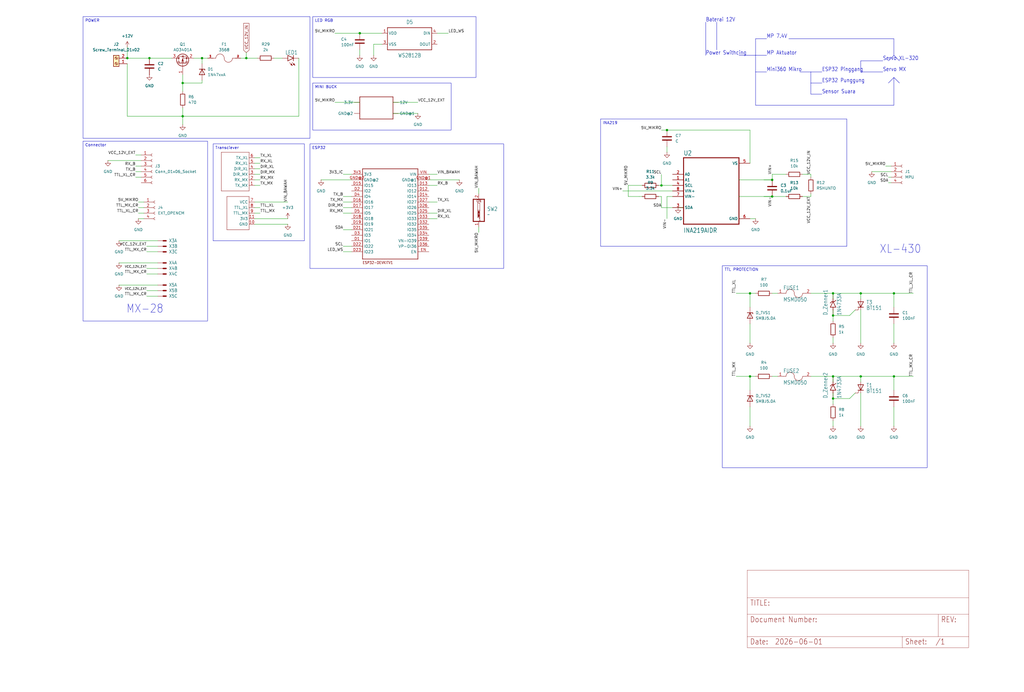
<source format=kicad_sch>
(kicad_sch (version 20231120) (generator "eeschema") (generator_version "8.0")
  (paper "User" 469.9 317.627)
  (lib_symbols
    (symbol "3568:3568" (pin_names (offset 1.016))
      (property "Reference" "F" (at -2.54 5.08 0))
      (property "Value" "3568" (at -2.54 -5.08 0))
      (symbol "3568_0_0"
        (pin passive line (at -7.62 0 0) (length 2.54) (name "~") (number "1"))
        (pin passive line (at 7.62 0 180) (length 2.54) (name "~") (number "2"))
        (pin passive line (at -7.62 0 0) (length 2.54) (name "~") (number "3"))
        (pin passive line (at 7.62 0 180) (length 2.54) (name "~") (number "4"))
      )
    )
    (symbol "Board Shield 2023 V5.3.2-eagle-import:0679L0250-05"
      (property "Reference" "F" (at -5.08 2.54 0))
      (symbol "0679L0250-05_1_0"
        (pin passive line (at -7.62 0 0) (length 2.54) (name "1") (number "1"))
        (pin passive line (at 7.62 0 180) (length 2.54) (name "2") (number "2"))
      )
    )
    (symbol "Board Shield 2023 V5.3.2-eagle-import:22-23-2031"
      (property "Reference" "X" (at 2.54 -0.762 0))
      (symbol "22-23-2031_1_0"
        (pin passive line (at -2.54 0 0) (length 2.54) (name "S") (number "1"))
      )
      (symbol "22-23-2031_2_0"
        (pin passive line (at -2.54 0 0) (length 2.54) (name "S") (number "2"))
      )
      (symbol "22-23-2031_3_0"
        (pin passive line (at -2.54 0 0) (length 2.54) (name "S") (number "3"))
      )
    )
    (symbol "Board Shield 2023 V5.3.2-eagle-import:BT151"
      (property "Reference" "T" (at 2.54 0 0))
      (symbol "BT151_1_0"
        (pin passive line (at 0 2.54 270) (length 2.54) (name "A") (number "A"))
        (pin passive line (at 0 -2.54 90) (length 2.54) (name "C") (number "C"))
        (pin passive line (at -2.54 -2.54 0) (length 0) (name "G") (number "G"))
      )
    )
    (symbol "Board Shield 2023 V5.3.2-eagle-import:ESP32DEVKITV1"
      (symbol "ESP32DEVKITV1_1_0"
        (text "ESP32-DEVKITV1" (at 18.4 -12.7 900) (effects (font (size 1.27 1.0795)) (justify left bottom)))
        (pin bidirectional line (at -22.86 -17.78 90) (length 5.08) (name "3V3") (number "3V3"))
        (pin bidirectional line (at 7.62 -17.78 90) (length 5.08) (name "IO1") (number "D1"))
        (pin bidirectional line (at -15.24 17.78 270) (length 5.08) (name "IO12") (number "D12"))
        (pin bidirectional line (at -17.78 17.78 270) (length 5.08) (name "IO13") (number "D13"))
        (pin bidirectional line (at -12.7 17.78 270) (length 5.08) (name "IO14") (number "D14"))
        (pin bidirectional line (at -17.78 -17.78 90) (length 5.08) (name "IO15") (number "D15"))
        (pin bidirectional line (at -10.16 -17.78 90) (length 5.08) (name "IO16") (number "D16"))
        (pin bidirectional line (at -7.62 -17.78 90) (length 5.08) (name "IO17") (number "D17"))
        (pin bidirectional line (at -2.54 -17.78 90) (length 5.08) (name "IO18") (number "D18"))
        (pin bidirectional line (at 0 -17.78 90) (length 5.08) (name "IO19") (number "D19"))
        (pin bidirectional line (at -15.24 -17.78 90) (length 5.08) (name "IO2") (number "D2"))
        (pin bidirectional line (at 2.54 -17.78 90) (length 5.08) (name "IO21") (number "D21"))
        (pin bidirectional line (at 10.16 -17.78 90) (length 5.08) (name "IO22") (number "D22"))
        (pin bidirectional line (at 12.7 -17.78 90) (length 5.08) (name "IO23") (number "D23"))
        (pin bidirectional line (at -5.08 17.78 270) (length 5.08) (name "IO25") (number "D25"))
        (pin bidirectional line (at -7.62 17.78 270) (length 5.08) (name "IO26") (number "D26"))
        (pin bidirectional line (at -10.16 17.78 270) (length 5.08) (name "IO27") (number "D27"))
        (pin bidirectional line (at 5.08 -17.78 90) (length 5.08) (name "IO3") (number "D3"))
        (pin bidirectional line (at 0 17.78 270) (length 5.08) (name "IO32") (number "D32"))
        (pin bidirectional line (at -2.54 17.78 270) (length 5.08) (name "IO33") (number "D33"))
        (pin bidirectional line (at 5.08 17.78 270) (length 5.08) (name "IO34") (number "D34"))
        (pin bidirectional line (at 2.54 17.78 270) (length 5.08) (name "IO35") (number "D35"))
        (pin bidirectional line (at 10.16 17.78 270) (length 5.08) (name "VP-OI36") (number "D36"))
        (pin bidirectional line (at 7.62 17.78 270) (length 5.08) (name "VN-IO39") (number "D39"))
        (pin bidirectional line (at -12.7 -17.78 90) (length 5.08) (name "IO4") (number "D4"))
        (pin bidirectional line (at -5.08 -17.78 90) (length 5.08) (name "IO5") (number "D5"))
        (pin bidirectional line (at 12.7 17.78 270) (length 5.08) (name "EN") (number "EN"))
        (pin bidirectional line (at -20.32 17.78 270) (length 5.08) (name "GND@1") (number "GND@1"))
        (pin bidirectional line (at -20.32 -17.78 90) (length 5.08) (name "GND@2") (number "GND@2"))
        (pin bidirectional line (at -22.86 17.78 270) (length 5.08) (name "VIN") (number "VIN"))
      )
    )
    (symbol "Board Shield 2023 V5.3.2-eagle-import:FRAME_B_L"
      (symbol "FRAME_B_L_1_0"
        (text "1" (at 23.9889 277.495 0) (effects (font (size 2.54 2.286))))
        (text "2" (at 71.9667 277.495 0) (effects (font (size 2.54 2.286))))
        (text "3" (at 119.9444 277.495 0) (effects (font (size 2.54 2.286))))
        (text "4" (at 167.9222 277.495 0) (effects (font (size 2.54 2.286))))
        (text "5" (at 215.9 277.495 0) (effects (font (size 2.54 2.286))))
        (text "6" (at 263.8778 277.495 0) (effects (font (size 2.54 2.286))))
        (text "7" (at 311.8556 277.495 0) (effects (font (size 2.54 2.286))))
        (text "8" (at 359.8333 277.495 0) (effects (font (size 2.54 2.286))))
        (text "9" (at 407.8111 277.495 0) (effects (font (size 2.54 2.286))))
        (text "A" (at 1.905 256.1167 0) (effects (font (size 2.54 2.286))))
        (text "A" (at 429.895 256.1167 0) (effects (font (size 2.54 2.286))))
        (text "B" (at 1.905 209.55 0) (effects (font (size 2.54 2.286))))
        (text "B" (at 429.895 209.55 0) (effects (font (size 2.54 2.286))))
        (text "C" (at 1.905 162.9833 0) (effects (font (size 2.54 2.286))))
        (text "C" (at 429.895 162.9833 0) (effects (font (size 2.54 2.286))))
        (text "D" (at 1.905 116.4167 0) (effects (font (size 2.54 2.286))))
        (text "D" (at 429.895 116.4167 0) (effects (font (size 2.54 2.286))))
        (text "E" (at 1.905 69.85 0) (effects (font (size 2.54 2.286))))
        (text "E" (at 429.895 69.85 0) (effects (font (size 2.54 2.286))))
        (text "F" (at 1.905 23.2833 0) (effects (font (size 2.54 2.286))))
        (text "F" (at 429.895 23.2833 0) (effects (font (size 2.54 2.286))))
      )
      (symbol "FRAME_B_L_2_0"
        (text "${#}/${##}" (at 86.36 1.27 0) (effects (font (size 2.54 2.159)) (justify left bottom)))
        (text "${CURRENT_DATE}" (at 12.7 1.27 0) (effects (font (size 2.54 2.159)) (justify left bottom)))
        (text "${PROJECTNAME}" (at 17.78 19.05 0) (effects (font (size 2.54 2.159)) (justify left bottom)))
        (text "Date:" (at 1.27 1.27 0) (effects (font (size 2.54 2.159)) (justify left bottom)))
        (text "Document Number:" (at 1.27 11.43 0) (effects (font (size 2.54 2.159)) (justify left bottom)))
        (text "REV:" (at 88.9 11.43 0) (effects (font (size 2.54 2.159)) (justify left bottom)))
        (text "Sheet:" (at 72.39 1.27 0) (effects (font (size 2.54 2.159)) (justify left bottom)))
        (text "TITLE:" (at 1.27 19.05 0) (effects (font (size 2.54 2.159)) (justify left bottom)))
      )
    )
    (symbol "Board Shield 2023 V5.3.2-eagle-import:INA219AIDR"
      (property "Reference" "U" (at -12.7 16.24 0))
      (symbol "INA219AIDR_1_0"
        (pin input line (at -17.78 5.08 0) (length 5.08) (name "A1") (number "1"))
        (pin input line (at -17.78 7.62 0) (length 5.08) (name "A0") (number "2"))
        (pin bidirectional line (at -17.78 -7.62 0) (length 5.08) (name "SDA") (number "3"))
        (pin input line (at -17.78 2.54 0) (length 5.08) (name "SCL") (number "4"))
        (pin power_in line (at 17.78 12.7 180) (length 5.08) (name "VS") (number "5"))
        (pin power_in line (at 17.78 -12.7 180) (length 5.08) (name "GND") (number "6"))
        (pin input line (at -17.78 -2.54 0) (length 5.08) (name "VIN-") (number "7"))
        (pin input line (at -17.78 0 0) (length 5.08) (name "VIN+") (number "8"))
      )
    )
    (symbol "Board Shield 2023 V5.3.2-eagle-import:MP2307-MINI-360"
      (symbol "MP2307-MINI-360_1_0"
        (pin power_in line (at 7.62 -2.54 0) (length 2.54) (name "GND@1") (number "GND_IN"))
        (pin power_in line (at -7.62 -2.54 180) (length 2.54) (name "GND@2") (number "GND_OUT"))
        (pin power_in line (at 7.62 2.54 0) (length 2.54) (name "12V") (number "V+IN"))
        (pin power_in line (at -7.62 2.54 180) (length 2.54) (name "3.3V") (number "V+OUT"))
      )
    )
    (symbol "Board Shield 2023 V5.3.2-eagle-import:SW_DIP-1"
      (property "Reference" "SW" (at -5.08 3.175 0))
      (symbol "SW_DIP-1_1_0"
        (text "1" (at 4.826 -0.127 900) (effects (font (size 1.27 1.0795)) (justify left bottom)))
        (text "ON" (at -3.556 -1.143 900) (effects (font (size 1.27 1.0795)) (justify left bottom)))
        (pin passive line (at 7.62 0 180) (length 2.54) (name "1") (number "1"))
        (pin passive line (at -7.62 0 0) (length 2.54) (name "2") (number "2"))
      )
    )
    (symbol "Board Shield 2023 V5.3.2-eagle-import:TRANSCEIVER_2.0"
      (symbol "TRANSCEIVER_2.0_1_0"
        (pin bidirectional line (at 7.62 -7.62 180) (length 2.54) (name "TX_MX") (number "1"))
        (pin bidirectional line (at 7.62 -5.08 180) (length 2.54) (name "RX_MX") (number "2"))
        (pin bidirectional line (at 7.62 -2.54 180) (length 2.54) (name "DIR_MX") (number "3"))
        (pin bidirectional line (at 7.62 0 180) (length 2.54) (name "DIR_XL") (number "4"))
        (pin bidirectional line (at 7.62 2.54 180) (length 2.54) (name "RX_XL") (number "5"))
        (pin bidirectional line (at 7.62 5.08 180) (length 2.54) (name "TX_XL") (number "6"))
      )
      (symbol "TRANSCEIVER_2.0_2_0"
        (pin power_in line (at 10.16 -2.54 180) (length 2.54) (name "GND") (number "10"))
        (pin power_in line (at 10.16 0 180) (length 2.54) (name "3V3") (number "11"))
        (pin power_in line (at 10.16 7.62 180) (length 2.54) (name "VCC") (number "7"))
        (pin bidirectional line (at 10.16 5.08 180) (length 2.54) (name "TTL_XL") (number "8"))
        (pin bidirectional line (at 10.16 2.54 180) (length 2.54) (name "TTL_MX") (number "9"))
      )
    )
    (symbol "Board Shield 2023 V5.3.2-eagle-import:WS2812B"
      (property "Reference" "D" (at 0 7.62 0))
      (symbol "WS2812B_1_0"
        (pin power_in line (at -12.7 2.54 0) (length 2.54) (name "VDD") (number "1"))
        (pin output line (at 12.7 -2.54 180) (length 2.54) (name "DOUT") (number "2"))
        (pin power_in line (at -12.7 -2.54 0) (length 2.54) (name "VSS") (number "3"))
        (pin input line (at 12.7 2.54 180) (length 2.54) (name "DIN") (number "4"))
      )
    )
    (symbol "Board Shield 2023 V5.3.2-eagle-import:ZMM5231B-7"
      (property "Reference" "D" (at -5.08 2.54 0))
      (symbol "ZMM5231B-7_1_0"
        (pin passive line (at 5.08 0 180) (length 2.54) (name "K") (number "1"))
        (pin passive line (at -5.08 0 0) (length 2.54) (name "A") (number "2"))
      )
    )
    (symbol "Board Shield 2023 V5.3.2-eagle-import:led_LEDCHIPLED_1206"
      (property "Reference" "LED" (at 3.556 -4.572 90))
      (symbol "led_LEDCHIPLED_1206_1_0"
        (pin passive line (at 0 2.54 270) (length 2.54) (name "A") (number "A"))
        (pin passive line (at 0 -5.08 90) (length 2.54) (name "C") (number "C"))
      )
    )
    (symbol "Connector:Conn_01x04_Socket" (pin_names (offset 1.016) hide)
      (property "Reference" "J" (at 0 5.08 0))
      (property "Value" "Conn_01x04_Socket" (at 0 -7.62 0))
      (symbol "Conn_01x04_Socket_1_1"
        (pin passive line (at -5.08 2.54 0) (length 3.81) (name "Pin_1") (number "1"))
        (pin passive line (at -5.08 0 0) (length 3.81) (name "Pin_2") (number "2"))
        (pin passive line (at -5.08 -2.54 0) (length 3.81) (name "Pin_3") (number "3"))
        (pin passive line (at -5.08 -5.08 0) (length 3.81) (name "Pin_4") (number "4"))
      )
    )
    (symbol "Connector:Conn_01x06_Socket" (pin_names (offset 1.016) hide)
      (property "Reference" "J" (at 0 7.62 0))
      (property "Value" "Conn_01x06_Socket" (at 0 -10.16 0))
      (symbol "Conn_01x06_Socket_1_1"
        (pin passive line (at -5.08 5.08 0) (length 3.81) (name "Pin_1") (number "1"))
        (pin passive line (at -5.08 2.54 0) (length 3.81) (name "Pin_2") (number "2"))
        (pin passive line (at -5.08 0 0) (length 3.81) (name "Pin_3") (number "3"))
        (pin passive line (at -5.08 -2.54 0) (length 3.81) (name "Pin_4") (number "4"))
        (pin passive line (at -5.08 -5.08 0) (length 3.81) (name "Pin_5") (number "5"))
        (pin passive line (at -5.08 -7.62 0) (length 3.81) (name "Pin_6") (number "6"))
      )
    )
    (symbol "Connector:Screw_Terminal_01x02" (pin_names (offset 1.016) hide)
      (property "Reference" "J" (at 0 2.54 0))
      (property "Value" "Screw_Terminal_01x02" (at 0 -5.08 0))
      (symbol "Screw_Terminal_01x02_1_1"
        (pin passive line (at -5.08 0 0) (length 3.81) (name "Pin_1") (number "1"))
        (pin passive line (at -5.08 -2.54 0) (length 3.81) (name "Pin_2") (number "2"))
      )
    )
    (symbol "Device:C" (pin_numbers hide) (pin_names (offset 0.254))
      (property "Reference" "C" (at 0.635 2.54 0))
      (property "Value" "C" (at 0.635 -2.54 0))
      (symbol "C_1_1"
        (pin passive line (at 0 3.81 270) (length 2.794) (name "~") (number "1"))
        (pin passive line (at 0 -3.81 90) (length 2.794) (name "~") (number "2"))
      )
    )
    (symbol "Device:D_Zener" (pin_numbers hide) (pin_names (offset 1.016) hide)
      (property "Reference" "D" (at 0 2.54 0))
      (property "Value" "D_Zener" (at 0 -2.54 0))
      (symbol "D_Zener_1_1"
        (pin passive line (at -3.81 0 0) (length 2.54) (name "K") (number "1"))
        (pin passive line (at 3.81 0 180) (length 2.54) (name "A") (number "2"))
      )
    )
    (symbol "Device:R" (pin_numbers hide) (pin_names (offset 0))
      (property "Reference" "R" (at 2.032 0 90))
      (property "Value" "R" (at 0 0 90))
      (symbol "R_1_1"
        (pin passive line (at 0 3.81 270) (length 1.27) (name "~") (number "1"))
        (pin passive line (at 0 -3.81 90) (length 1.27) (name "~") (number "2"))
      )
    )
    (symbol "Diode:1N47xxA" (pin_numbers hide) (pin_names hide)
      (property "Reference" "D" (at 0 2.54 0))
      (property "Value" "1N47xxA" (at 0 -2.54 0))
      (symbol "1N47xxA_1_1"
        (pin passive line (at -3.81 0 0) (length 2.54) (name "K") (number "1"))
        (pin passive line (at 3.81 0 180) (length 2.54) (name "A") (number "2"))
      )
    )
    (symbol "Transistor_FET:AO3401A" (pin_names hide)
      (property "Reference" "Q" (at 5.08 1.905 0))
      (property "Value" "AO3401A" (at 5.08 0 0))
      (symbol "AO3401A_1_1"
        (pin input line (at -5.08 0 0) (length 2.54) (name "G") (number "1"))
        (pin passive line (at 2.54 -5.08 90) (length 2.54) (name "S") (number "2"))
        (pin passive line (at 2.54 5.08 270) (length 2.54) (name "D") (number "3"))
      )
    )
    (symbol "power:+12V" (power) (pin_numbers hide) (pin_names (offset 0) hide)
      (property "Value" "+12V" (at 0 3.556 0))
      (symbol "+12V_1_1"
        (pin power_in line (at 0 0 90) (length 0) (name "~") (number "1"))
      )
    )
    (symbol "power:+3V3" (power) (pin_numbers hide) (pin_names (offset 0) hide)
      (property "Value" "+3V3" (at 0 3.556 0))
      (symbol "+3V3_1_1"
        (pin power_in line (at 0 0 90) (length 0) (name "~") (number "1"))
      )
    )
    (symbol "power:GND" (power) (pin_numbers hide) (pin_names (offset 0) hide)
      (property "Value" "GND" (at 0 -3.81 0))
      (symbol "GND_1_1"
        (pin power_in line (at 0 0 270) (length 0) (name "~") (number "1"))
      )
    )
  )
  (junction (at 113.03 26.67))
  (junction (at 68.58 26.67))
  (junction (at 58.42 26.67))
  (junction (at 382.27 144.78))
  (junction (at 92.71 26.67))
  (junction (at 382.27 134.62))
  (junction (at 354.33 90.17))
  (junction (at 354.33 82.55))
  (junction (at 410.21 172.72))
  (junction (at 382.27 182.88))
  (junction (at 165.1 15.24))
  (junction (at 394.97 134.62))
  (junction (at 303.53 85.09))
  (junction (at 83.82 53.34))
  (junction (at 83.82 38.1))
  (junction (at 344.17 172.72))
  (junction (at 306.07 59.69))
  (junction (at 410.21 134.62))
  (junction (at 382.27 172.72))
  (junction (at 344.17 134.62))
  (junction (at 394.97 172.72))
  (wire (pts (xy 68.58 26.67) (xy 78.74 26.67)))
  (wire (pts (xy 200.66 80.01) (xy 196.85 80.01)))
  (polyline (pts (xy 394.97 33.02) (xy 405.13 33.02)) (stroke (width 0.1524) (type solid)))
  (wire (pts (xy 354.33 90.17) (xy 360.68 90.17)) (stroke (width 0.1524)))
  (wire (pts (xy 344.17 134.62) (xy 346.71 134.62)) (stroke (width 0.1524)))
  (wire (pts (xy 67.31 133.35) (xy 72.39 133.35)))
  (wire (pts (xy 389.89 144.78) (xy 392.43 142.24)) (stroke (width 0.1524)))
  (wire (pts (xy 63.5 97.79) (xy 66.04 97.79)))
  (wire (pts (xy 382.27 172.72) (xy 394.97 172.72)) (stroke (width 0.1524)))
  (wire (pts (xy 62.23 76.2) (xy 64.77 76.2)))
  (wire (pts (xy 157.48 92.71) (xy 161.29 92.71)))
  (wire (pts (xy 303.53 85.09) (xy 303.53 80.01)) (stroke (width 0.1524)))
  (wire (pts (xy 382.27 142.24) (xy 382.27 144.78)) (stroke (width 0.1524)))
  (wire (pts (xy 382.27 134.62) (xy 382.27 137.16)) (stroke (width 0.1524)))
  (polyline (pts (xy 367.03 33.02) (xy 372.11 33.02)) (stroke (width 0.1524) (type solid)))
  (wire (pts (xy 382.27 180.34) (xy 382.27 182.88)) (stroke (width 0.1524)))
  (polyline (pts (xy 339.09 25.4) (xy 346.71 25.4)) (stroke (width 0.1524) (type solid)))
  (wire (pts (xy 72.39 125.73) (xy 67.31 125.73)) (stroke (width 0.1524)))
  (wire (pts (xy 293.37 90.17) (xy 294.64 90.17)))
  (polyline (pts (xy 346.71 33.02) (xy 346.71 48.26)) (stroke (width 0.1524) (type solid)))
  (wire (pts (xy 339.09 82.55) (xy 354.33 82.55)) (stroke (width 0.1524)))
  (wire (pts (xy 303.53 95.25) (xy 308.61 95.25)) (stroke (width 0.1524)))
  (wire (pts (xy 116.84 80.01) (xy 119.38 80.01)) (stroke (width 0.1524)))
  (wire (pts (xy 382.27 144.78) (xy 382.27 147.32)) (stroke (width 0.1524)))
  (wire (pts (xy 125.73 26.67) (xy 129.54 26.67)))
  (wire (pts (xy 368.3 90.17) (xy 372.11 90.17)) (stroke (width 0.1524)))
  (wire (pts (xy 410.21 134.62) (xy 419.1 134.62)) (stroke (width 0.1524)))
  (wire (pts (xy 157.48 105.41) (xy 161.29 105.41)))
  (wire (pts (xy 410.21 134.62) (xy 410.21 140.97)))
  (wire (pts (xy 157.48 113.03) (xy 161.29 113.03)))
  (polyline (pts (xy 346.71 25.4) (xy 346.71 33.02)) (stroke (width 0.1524) (type solid)))
  (wire (pts (xy 372.11 90.17) (xy 372.11 88.9)))
  (wire (pts (xy 344.17 59.69) (xy 344.17 74.93)) (stroke (width 0.1524)))
  (wire (pts (xy 293.37 90.17) (xy 288.29 90.17)) (stroke (width 0.1524)))
  (polyline (pts (xy 323.85 10.16) (xy 323.85 25.4)) (stroke (width 0.1524) (type solid)))
  (wire (pts (xy 406.4 76.2) (xy 408.94 76.2)))
  (wire (pts (xy 394.97 142.24) (xy 394.97 157.48)) (stroke (width 0.1524)))
  (wire (pts (xy 116.84 92.71) (xy 132.08 92.71)) (stroke (width 0.1524)))
  (wire (pts (xy 389.89 144.78) (xy 382.27 144.78)) (stroke (width 0.1524)))
  (wire (pts (xy 302.26 85.09) (xy 303.53 85.09)))
  (wire (pts (xy 382.27 193.04) (xy 382.27 195.58)))
  (wire (pts (xy 394.97 134.62) (xy 410.21 134.62)) (stroke (width 0.1524)))
  (wire (pts (xy 83.82 38.1) (xy 92.71 38.1)))
  (wire (pts (xy 171.45 20.32) (xy 171.45 25.4)) (stroke (width 0.1524)))
  (wire (pts (xy 303.53 90.17) (xy 302.26 90.17)))
  (wire (pts (xy 157.48 80.01) (xy 161.29 80.01)))
  (wire (pts (xy 354.33 172.72) (xy 356.87 172.72)) (stroke (width 0.1524)))
  (polyline (pts (xy 410.21 17.78) (xy 410.21 25.4)) (stroke (width 0.1524) (type solid)))
  (wire (pts (xy 191.77 46.99) (xy 180.34 46.99)))
  (polyline (pts (xy 410.21 25.4) (xy 412.75 27.94)) (stroke (width 0.1524) (type solid)))
  (polyline (pts (xy 346.71 33.02) (xy 351.79 33.02)) (stroke (width 0.1524) (type solid)))
  (polyline (pts (xy 410.21 35.56) (xy 412.75 38.1)) (stroke (width 0.1524) (type solid)))
  (wire (pts (xy 58.42 29.21) (xy 58.42 53.34)))
  (wire (pts (xy 83.82 34.29) (xy 83.82 38.1)))
  (wire (pts (xy 372.11 134.62) (xy 382.27 134.62)) (stroke (width 0.1524)))
  (wire (pts (xy 92.71 26.67) (xy 92.71 29.21)))
  (wire (pts (xy 175.26 20.32) (xy 171.45 20.32)) (stroke (width 0.1524)))
  (wire (pts (xy 288.29 85.09) (xy 294.64 85.09)) (stroke (width 0.1524)))
  (wire (pts (xy 153.67 46.99) (xy 165.1 46.99)))
  (wire (pts (xy 389.89 182.88) (xy 382.27 182.88)) (stroke (width 0.1524)))
  (wire (pts (xy 54.61 110.49) (xy 67.31 110.49)))
  (wire (pts (xy 62.23 71.12) (xy 64.77 71.12)))
  (wire (pts (xy 382.27 134.62) (xy 394.97 134.62)) (stroke (width 0.1524)))
  (wire (pts (xy 157.48 95.25) (xy 161.29 95.25)))
  (wire (pts (xy 200.66 85.09) (xy 196.85 85.09)))
  (wire (pts (xy 344.17 157.48) (xy 344.17 148.59)))
  (polyline (pts (xy 372.11 43.18) (xy 377.19 43.18)) (stroke (width 0.1524) (type solid)))
  (wire (pts (xy 306.07 90.17) (xy 306.07 100.33)) (stroke (width 0.1524)))
  (wire (pts (xy 210.82 82.55) (xy 196.85 82.55)))
  (wire (pts (xy 308.61 87.63) (xy 285.75 87.63)) (stroke (width 0.1524)))
  (polyline (pts (xy 372.11 38.1) (xy 372.11 43.18)) (stroke (width 0.1524) (type solid)))
  (wire (pts (xy 137.16 26.67) (xy 137.16 53.34)))
  (wire (pts (xy 157.48 115.57) (xy 161.29 115.57)))
  (wire (pts (xy 407.67 83.82) (xy 408.94 83.82)))
  (wire (pts (xy 63.5 95.25) (xy 66.04 95.25)))
  (wire (pts (xy 337.82 134.62) (xy 344.17 134.62)) (stroke (width 0.1524)))
  (wire (pts (xy 288.29 90.17) (xy 288.29 85.09)) (stroke (width 0.1524)))
  (wire (pts (xy 191.77 52.07) (xy 180.34 52.07)))
  (wire (pts (xy 72.39 115.57) (xy 67.31 115.57)) (stroke (width 0.1524)))
  (polyline (pts (xy 372.11 33.02) (xy 377.19 33.02)) (stroke (width 0.1524) (type solid)))
  (wire (pts (xy 200.66 97.79) (xy 196.85 97.79)))
  (wire (pts (xy 389.89 182.88) (xy 392.43 180.34)) (stroke (width 0.1524)))
  (polyline (pts (xy 372.11 38.1) (xy 377.19 38.1)) (stroke (width 0.1524) (type solid)))
  (wire (pts (xy 344.17 140.97) (xy 344.17 134.62)))
  (wire (pts (xy 116.84 82.55) (xy 119.38 82.55)) (stroke (width 0.1524)))
  (wire (pts (xy 58.42 53.34) (xy 83.82 53.34)))
  (wire (pts (xy 394.97 172.72) (xy 410.21 172.72)) (stroke (width 0.1524)))
  (wire (pts (xy 368.3 80.01) (xy 372.11 80.01)) (stroke (width 0.1524)))
  (wire (pts (xy 116.84 97.79) (xy 119.38 97.79)) (stroke (width 0.1524)))
  (wire (pts (xy 116.84 74.93) (xy 119.38 74.93)) (stroke (width 0.1524)))
  (wire (pts (xy 339.09 90.17) (xy 354.33 90.17)) (stroke (width 0.1524)))
  (wire (pts (xy 344.17 100.33) (xy 346.71 100.33)) (stroke (width 0.1524)))
  (wire (pts (xy 205.74 15.24) (xy 200.66 15.24)))
  (wire (pts (xy 63.5 100.33) (xy 66.04 100.33)))
  (wire (pts (xy 165.1 15.24) (xy 175.26 15.24)))
  (wire (pts (xy 410.21 172.72) (xy 419.1 172.72)) (stroke (width 0.1524)))
  (polyline (pts (xy 410.21 48.26) (xy 410.21 35.56)) (stroke (width 0.1524) (type solid)))
  (wire (pts (xy 153.67 15.24) (xy 165.1 15.24)))
  (wire (pts (xy 116.84 77.47) (xy 119.38 77.47)) (stroke (width 0.1524)))
  (wire (pts (xy 306.07 59.69) (xy 344.17 59.69)) (stroke (width 0.1524)))
  (wire (pts (xy 344.17 195.58) (xy 344.17 186.69)))
  (wire (pts (xy 62.23 78.74) (xy 64.77 78.74)))
  (polyline (pts (xy 346.71 17.78) (xy 351.79 17.78)) (stroke (width 0.1524) (type solid)))
  (wire (pts (xy 113.03 24.13) (xy 113.03 26.67)))
  (wire (pts (xy 410.21 172.72) (xy 410.21 179.07)))
  (polyline (pts (xy 394.97 27.94) (xy 394.97 33.02)) (stroke (width 0.1524) (type solid)))
  (wire (pts (xy 200.66 92.71) (xy 196.85 92.71)))
  (wire (pts (xy 116.84 100.33) (xy 132.08 100.33)))
  (wire (pts (xy 113.03 26.67) (xy 118.11 26.67)))
  (wire (pts (xy 354.33 80.01) (xy 360.68 80.01)) (stroke (width 0.1524)))
  (wire (pts (xy 49.53 73.66) (xy 64.77 73.66)))
  (wire (pts (xy 157.48 90.17) (xy 161.29 90.17)))
  (wire (pts (xy 62.23 81.28) (xy 64.77 81.28)))
  (polyline (pts (xy 410.21 25.4) (xy 407.67 27.94)) (stroke (width 0.1524) (type solid)))
  (wire (pts (xy 83.82 38.1) (xy 83.82 41.91)))
  (wire (pts (xy 219.71 86.36) (xy 219.71 88.9)))
  (wire (pts (xy 410.21 195.58) (xy 410.21 186.69)))
  (wire (pts (xy 407.67 81.28) (xy 408.94 81.28)))
  (polyline (pts (xy 328.93 10.16) (xy 328.93 22.86)) (stroke (width 0.1524) (type solid)))
  (wire (pts (xy 394.97 172.72) (xy 394.97 175.26)) (stroke (width 0.1524)))
  (wire (pts (xy 219.71 106.68) (xy 219.71 104.14)))
  (wire (pts (xy 72.39 135.89) (xy 67.31 135.89)) (stroke (width 0.1524)))
  (wire (pts (xy 88.9 26.67) (xy 92.71 26.67)))
  (wire (pts (xy 58.42 26.67) (xy 68.58 26.67)))
  (wire (pts (xy 157.48 97.79) (xy 161.29 97.79)))
  (wire (pts (xy 382.27 172.72) (xy 382.27 175.26)) (stroke (width 0.1524)))
  (wire (pts (xy 394.97 134.62) (xy 394.97 137.16)) (stroke (width 0.1524)))
  (polyline (pts (xy 346.71 25.4) (xy 346.71 17.78)) (stroke (width 0.1524) (type solid)))
  (wire (pts (xy 92.71 38.1) (xy 92.71 36.83)))
  (polyline (pts (xy 361.95 17.78) (xy 410.21 17.78)) (stroke (width 0.1524) (type solid)))
  (wire (pts (xy 92.71 26.67) (xy 95.25 26.67)))
  (wire (pts (xy 165.1 25.4) (xy 165.1 22.86)) (stroke (width 0.1524)))
  (polyline (pts (xy 407.67 38.1) (xy 410.21 35.56)) (stroke (width 0.1524) (type solid)))
  (wire (pts (xy 200.66 100.33) (xy 196.85 100.33)))
  (wire (pts (xy 72.39 110.49) (xy 67.31 110.49)) (stroke (width 0.1524)))
  (wire (pts (xy 308.61 85.09) (xy 303.53 85.09)) (stroke (width 0.1524)))
  (wire (pts (xy 354.33 82.55) (xy 354.33 80.01)) (stroke (width 0.1524)))
  (wire (pts (xy 54.61 130.81) (xy 72.39 130.81)))
  (wire (pts (xy 306.07 67.31) (xy 306.07 69.85)) (stroke (width 0.1524)))
  (wire (pts (xy 67.31 113.03) (xy 72.39 113.03)) (stroke (width 0.1524)))
  (wire (pts (xy 116.84 95.25) (xy 119.38 95.25)) (stroke (width 0.1524)))
  (wire (pts (xy 83.82 57.15) (xy 83.82 53.34)))
  (wire (pts (xy 311.15 95.25) (xy 313.69 95.25)) (stroke (width 0.1524)))
  (wire (pts (xy 116.84 72.39) (xy 119.38 72.39)) (stroke (width 0.1524)))
  (wire (pts (xy 354.33 90.17) (xy 350.52 90.17)))
  (wire (pts (xy 110.49 26.67) (xy 113.03 26.67)))
  (wire (pts (xy 63.5 92.71) (xy 66.04 92.71)))
  (wire (pts (xy 54.61 120.65) (xy 72.39 120.65)))
  (wire (pts (xy 410.21 157.48) (xy 410.21 148.59)))
  (polyline (pts (xy 346.71 25.4) (xy 351.79 25.4)) (stroke (width 0.1524) (type solid)))
  (wire (pts (xy 344.17 179.07) (xy 344.17 172.72)))
  (wire (pts (xy 303.53 90.17) (xy 303.53 95.25)) (stroke (width 0.1524)))
  (polyline (pts (xy 394.97 27.94) (xy 405.13 27.94)) (stroke (width 0.1524) (type solid)))
  (wire (pts (xy 394.97 180.34) (xy 394.97 195.58)) (stroke (width 0.1524)))
  (wire (pts (xy 137.16 53.34) (xy 83.82 53.34)))
  (polyline (pts (xy 346.71 48.26) (xy 410.21 48.26)) (stroke (width 0.1524) (type solid)))
  (wire (pts (xy 400.05 78.74) (xy 408.94 78.74)))
  (wire (pts (xy 354.33 82.55) (xy 350.52 82.55)))
  (wire (pts (xy 116.84 102.87) (xy 132.08 102.87)) (stroke (width 0.1524)))
  (wire (pts (xy 372.11 172.72) (xy 382.27 172.72)) (stroke (width 0.1524)))
  (wire (pts (xy 116.84 85.09) (xy 119.38 85.09)) (stroke (width 0.1524)))
  (wire (pts (xy 83.82 53.34) (xy 83.82 49.53)))
  (wire (pts (xy 382.27 182.88) (xy 382.27 185.42)) (stroke (width 0.1524)))
  (wire (pts (xy 58.42 21.59) (xy 58.42 26.67)))
  (wire (pts (xy 344.17 172.72) (xy 346.71 172.72)) (stroke (width 0.1524)))
  (polyline (pts (xy 372.11 33.02) (xy 372.11 38.1)) (stroke (width 0.1524) (type solid)))
  (wire (pts (xy 382.27 154.94) (xy 382.27 157.48)))
  (wire (pts (xy 354.33 134.62) (xy 356.87 134.62)) (stroke (width 0.1524)))
  (wire (pts (xy 147.32 82.55) (xy 161.29 82.55)))
  (wire (pts (xy 303.53 59.69) (xy 306.07 59.69)) (stroke (width 0.1524)))
  (wire (pts (xy 67.31 123.19) (xy 72.39 123.19)))
  (wire (pts (xy 337.82 172.72) (xy 344.17 172.72)) (stroke (width 0.1524)))
  (wire (pts (xy 308.61 90.17) (xy 306.07 90.17)) (stroke (width 0.1524)))
  (wire (pts (xy 372.11 80.01) (xy 372.11 81.28)))
  (text_box "ESP32" (at 142.24 66.04 0) (size 88.9 57.15) (effects (font (size 1.27 1.27)) (justify left top)))
  (text_box "INA219" (at 275.59 54.61 0) (size 113.03 58.42) (effects (font (size 1.27 1.27)) (justify left top)))
  (text_box "MINI BUCK" (at 143.51 38.1 0) (size 63.5 21.59) (effects (font (size 1.27 1.27)) (justify left top)))
  (text_box "Connector" (at 38.1 64.77 0) (size 57.15 82.55) (effects (font (size 1.27 1.27)) (justify left top)))
  (text_box "TTL PROTECTION" (at 331.47 121.92 0) (size 93.98 92.71) (effects (font (size 1.27 1.27)) (justify left top)))
  (text_box "POWER" (at 38.1 7.62 0) (size 104.14 55.88) (effects (font (size 1.27 1.27)) (justify left top)))
  (text_box "Transciever" (at 97.79 66.04 0) (size 41.91 44.45) (effects (font (size 1.27 1.27)) (justify left top)))
  (text_box "LED RGB" (at 143.51 7.62 0) (size 74.93 27.94) (effects (font (size 1.27 1.27)) (justify left top)))
  (text "MX-28" (at 57.912 144.018 0) (effects (font (size 3.81 3.2385)) (justify left bottom)))
  (text "Servo MX" (at 405.13 33.02 0) (effects (font (size 1.778 1.5113)) (justify left bottom)))
  (text "Sensor Suara" (at 377.19 43.18 0) (effects (font (size 1.778 1.5113)) (justify left bottom)))
  (text "Mini360 Mikro" (at 351.79 33.02 0) (effects (font (size 1.778 1.5113)) (justify left bottom)))
  (text "ESP32 Pinggang" (at 377.19 33.02 0) (effects (font (size 1.778 1.5113)) (justify left bottom)))
  (text "MP Aktuator" (at 351.79 25.4 0) (effects (font (size 1.778 1.5113)) (justify left bottom)))
  (text "Baterai 12V" (at 323.85 10.16 0) (effects (font (size 1.778 1.5113)) (justify left bottom)))
  (text "Power Swithcing" (at 323.85 25.4 0) (effects (font (size 1.778 1.5113)) (justify left bottom)))
  (text "ESP32 Punggung" (at 377.19 38.1 0) (effects (font (size 1.778 1.5113)) (justify left bottom)))
  (text "XL-430" (at 403.606 116.586 0) (effects (font (size 3.81 3.2385)) (justify left bottom)))
  (text "MP 7.4V" (at 351.79 17.78 0) (effects (font (size 1.778 1.5113)) (justify left bottom)))
  (text "Servo XL-320" (at 405.13 27.94 0) (effects (font (size 1.778 1.5113)) (justify left bottom)))
  (label "VIN+" (at 285.75 87.63 180) (effects (font (size 1.2446 1.2446))))
  (label "VCC_12V_EXT" (at 67.31 133.35 180) (effects (font (size 1.016 1.016))))
  (label "RX_MX" (at 119.38 82.55 0) (effects (font (size 1.2446 1.2446))))
  (label "5V_MIKRO" (at 303.53 59.69 180))
  (label "TTL_MX" (at 337.82 172.72 90))
  (label "VCC_12V_EXT" (at 62.23 71.12 180))
  (label "TX_XL" (at 200.66 92.71 0))
  (label "TTL_MX_CR" (at 67.31 115.57 180) (effects (font (size 1.2446 1.2446))))
  (label "VIN_BAWAH" (at 132.08 92.71 90))
  (label "5V_MIKRO" (at 153.67 46.99 180) (effects (font (size 1.2446 1.2446))))
  (label "SDA" (at 407.67 83.82 180))
  (label "RX_B" (at 62.23 76.2 180))
  (label "TTL_XL" (at 337.82 134.62 90))
  (label "VCC_12V_EXT" (at 67.31 123.19 180) (effects (font (size 1.016 1.016))))
  (label "DIR_XL" (at 119.38 77.47 0) (effects (font (size 1.2446 1.2446))))
  (label "TTL_XL_CR" (at 63.5 97.79 180))
  (label "SCL" (at 407.67 81.28 180))
  (label "VIN+" (at 354.33 80.01 90) (effects (font (size 1.2446 1.2446))))
  (label "TTL_MX_CR" (at 63.5 95.25 180))
  (label "TTL_XL_CR" (at 419.1 134.62 90))
  (label "DIR_MX" (at 119.38 80.01 0) (effects (font (size 1.2446 1.2446))))
  (label "VCC_12V_EXT" (at 191.77 46.99 0) (effects (font (size 1.2446 1.2446))))
  (label "5V_MIKRO" (at 219.71 106.68 270))
  (label "VCC_12V_EXT" (at 67.31 113.03 180) (effects (font (size 1.2446 1.2446))))
  (label "VIN-" (at 306.07 100.33 270) (effects (font (size 1.2446 1.2446))))
  (label "RX_MX" (at 157.48 97.79 180))
  (label "TTL_MX_CR" (at 67.31 135.89 180) (effects (font (size 1.2446 1.2446))))
  (label "TTL_XL" (at 119.38 95.25 0))
  (label "LED_WS" (at 205.74 15.24 0))
  (label "TTL_MX_CR" (at 67.31 125.73 180) (effects (font (size 1.2446 1.2446))))
  (label "VCC_12V_EXT" (at 372.11 90.17 270) (effects (font (size 1.2446 1.2446))))
  (label "TX_MX" (at 157.48 92.71 180))
  (label "DIR_MX" (at 157.48 95.25 180))
  (label "VIN-" (at 354.33 90.17 270) (effects (font (size 1.2446 1.2446))))
  (label "SDA" (at 157.48 105.41 180))
  (label "SCL" (at 157.48 113.03 180))
  (label "VIN_BAWAH" (at 219.71 86.36 90))
  (label "TTL_MX" (at 119.38 97.79 0))
  (label "RX_XL" (at 200.66 100.33 0))
  (label "5V_MIKRO" (at 288.29 85.09 90) (effects (font (size 1.2446 1.2446))))
  (label "TX_B" (at 157.48 90.17 180))
  (label "TTL_MX_CR" (at 419.1 172.72 90))
  (label "5V_MIKRO" (at 63.5 92.71 180))
  (label "3V3_IC" (at 157.48 80.01 180))
  (label "RX_XL" (at 119.38 74.93 0) (effects (font (size 1.2446 1.2446))))
  (label "SDA" (at 303.53 95.25 180))
  (label "VCC_12V_IN" (at 372.11 80.01 90) (effects (font (size 1.2446 1.2446))))
  (label "TX_B" (at 62.23 78.74 180))
  (label "TX_MX" (at 119.38 85.09 0) (effects (font (size 1.2446 1.2446))))
  (label "SCL" (at 303.53 80.01 180) (effects (font (size 1.2446 1.2446))))
  (label "VIN_BAWAH" (at 200.66 80.01 0))
  (label "RX_B" (at 200.66 85.09 0))
  (label "5V_MIKRO" (at 406.4 76.2 180))
  (label "DIR_XL" (at 200.66 97.79 0))
  (label "5V_MIKRO" (at 153.67 15.24 180) (effects (font (size 1.2446 1.2446))))
  (label "LED_WS" (at 157.48 115.57 180))
  (label "TTL_XL_CR" (at 62.23 81.28 180))
  (label "TX_XL" (at 119.38 72.39 0) (effects (font (size 1.2446 1.2446))))
  (global_label "VCC_12V_IN" (shape input) (at 113.03 24.13 90) (property "Intersheetrefs" "${INTERSHEET_REFS}" (effects (hide yes))))
  (symbol (lib_id "Board Shield 2023 V5.3.2-eagle-import:MP2307-MINI-360") (at 172.72 49.53 0) (unit 1)
    (property "Reference" "MINI360" (effects (hide yes)))
    (property "Footprint" "Board Shield 2023 V5.3.2:MP2307-MINI-360" (effects (hide yes)))
  )
  (symbol (lib_id "power:GND") (at 83.82 57.15 0) (unit 1)
    (property "Reference" "#PWR01" (effects (hide yes)))
    (property "Value" "GND" (at 83.82 62.23 0))
    (property "Description" "Power symbol creates a global label with name \"GND\" , ground" (effects (hide yes)))
  )
  (symbol (lib_id "Connector:Conn_01x04_Socket") (at 71.12 95.25 0) (unit 1)
    (property "Reference" "J4" (at 72.39 95.2499 0) (effects (justify left)))
    (property "Value" "EXT_OPENCM" (at 72.39 97.7899 0) (effects (justify left)))
    (property "Footprint" "Board Shield 2023 V5.3.2:22-23-2041_165" (effects (hide yes)))
    (property "Description" "Generic connector, single row, 01x04, script generated" (effects (hide yes)))
  )
  (symbol (lib_id "Device:C") (at 306.07 63.5 0) (unit 1)
    (property "Reference" "C7" (at 309.88 62.2299 0) (effects (justify left)))
    (property "Value" "C" (at 309.88 64.7699 0) (effects (justify left)))
    (property "Footprint" "Capacitor_SMD:C_0805_2012Metric" (effects (hide yes)))
    (property "Description" "Unpolarized capacitor" (effects (hide yes)))
  )
  (symbol (lib_id "power:GND") (at 63.5 100.33 0) (unit 1)
    (property "Reference" "#PWR020" (effects (hide yes)))
    (property "Value" "GND" (at 63.5 105.41 0))
    (property "Description" "Power symbol creates a global label with name \"GND\" , ground" (effects (hide yes)))
  )
  (symbol (lib_id "power:GND") (at 394.97 195.58 0) (unit 1)
    (property "Reference" "#PWR012" (effects (hide yes)))
    (property "Value" "GND" (at 394.97 200.66 0))
    (property "Description" "Power symbol creates a global label with name \"GND\" , ground" (effects (hide yes)))
  )
  (symbol (lib_id "power:GND") (at 382.27 195.58 0) (unit 1)
    (property "Reference" "#PWR06" (effects (hide yes)))
    (property "Value" "GND" (at 382.27 200.66 0))
    (property "Description" "Power symbol creates a global label with name \"GND\" , ground" (effects (hide yes)))
  )
  (symbol (lib_id "power:+3V3") (at 132.08 100.33 0) (unit 1)
    (property "Reference" "#PWR07" (effects (hide yes)))
    (property "Value" "+3V3" (at 132.08 95.25 0))
    (property "Description" "Power symbol creates a global label with name \"+3V3\"" (effects (hide yes)))
  )
  (symbol (lib_id "power:GND") (at 400.05 78.74 0) (unit 1)
    (property "Reference" "#PWR015" (effects (hide yes)))
    (property "Value" "GND" (at 400.05 83.82 0))
    (property "Description" "Power symbol creates a global label with name \"GND\" , ground" (effects (hide yes)))
  )
  (symbol (lib_id "Board Shield 2023 V5.3.2-eagle-import:TRANSCEIVER_2.0") (at 109.22 77.47 0) (unit 1)
    (property "Reference" "U$6" (effects (hide yes)))
    (property "Value" "TRANSCEIVER_2.0" (effects (hide yes)))
    (property "Footprint" "Board Shield 2023 V5.3.2:TRANSCEIVER_2.0" (effects (hide yes)))
  )
  (symbol (lib_id "power:GND") (at 210.82 82.55 0) (unit 1)
    (property "Reference" "#PWR021" (effects (hide yes)))
    (property "Value" "GND" (at 210.82 87.63 0))
    (property "Description" "Power symbol creates a global label with name \"GND\" , ground" (effects (hide yes)))
  )
  (symbol (lib_id "Device:C") (at 354.33 86.36 0) (unit 1)
    (property "Reference" "C3" (at 358.14 85.0899 0) (effects (justify left)))
    (property "Value" "0.1uF" (at 358.14 87.6299 0) (effects (justify left)))
    (property "Footprint" "Capacitor_SMD:C_0805_2012Metric" (effects (hide yes)))
    (property "Description" "Unpolarized capacitor" (effects (hide yes)))
  )
  (symbol (lib_id "Device:D_Zener") (at 344.17 182.88 270) (unit 1)
    (property "Reference" "D_TVS2" (at 346.71 181.6099 90) (effects (justify left)))
    (property "Value" "SMBJ5.0A" (at 346.71 184.1499 90) (effects (justify left)))
    (property "Footprint" "Diode_SMD:D_SMB" (effects (hide yes)))
    (property "Description" "TVS_Diode, 5V, SMBJ5.0A-DO214AA" (effects (hide yes)))
  )
  (symbol (lib_id "Device:C") (at 410.21 182.88 0) (unit 1)
    (property "Reference" "C6" (at 414.02 181.6099 0) (effects (justify left)))
    (property "Value" "100nF" (at 414.02 184.1499 0) (effects (justify left)))
    (property "Footprint" "Capacitor_SMD:C_0805_2012Metric" (effects (hide yes)))
    (property "Description" "Unpolarized capacitor" (effects (hide yes)))
  )
  (symbol (lib_id "Board Shield 2023 V5.3.2-eagle-import:22-23-2031") (at 74.93 110.49 0) (unit 1)
    (property "Reference" "X3" (at 77.47 111.252 0) (effects (font (size 1.524 1.2954)) (justify left bottom)))
    (property "Value" "22-23-2031" (effects (hide yes)))
    (property "Footprint" "Board Shield 2023 V5.3.2:22-23-2031" (effects (hide yes)))
  )
  (symbol (lib_id "Board Shield 2023 V5.3.2-eagle-import:TRANSCEIVER_2.0") (at 106.68 100.33 0) (unit 2)
    (property "Reference" "U$6" (effects (hide yes)))
    (property "Value" "TRANSCEIVER_2.0" (effects (hide yes)))
    (property "Footprint" "Board Shield 2023 V5.3.2:TRANSCEIVER_2.0" (effects (hide yes)))
  )
  (symbol (lib_id "Board Shield 2023 V5.3.2-eagle-import:22-23-2031") (at 74.93 115.57 0) (unit 3)
    (property "Reference" "X3" (at 77.47 116.332 0) (effects (font (size 1.524 1.2954)) (justify left bottom)))
    (property "Value" "22-23-2031" (effects (hide yes)))
    (property "Footprint" "Board Shield 2023 V5.3.2:22-23-2031" (effects (hide yes)))
  )
  (symbol (lib_id "Board Shield 2023 V5.3.2-eagle-import:0679L0250-05") (at 364.49 172.72 0) (unit 1)
    (property "Reference" "FUSE2" (at 359.41 170.18 0) (effects (font (size 1.778 1.5113)) (justify left)))
    (property "Value" "MSMD050" (at 359.41 176.53 0) (effects (font (size 1.778 1.5113)) (justify left bottom)))
    (property "Footprint" "Fuse:Fuse_1812_4532Metric" (effects (hide yes)))
    (property "Description" "Polyfuse MSMD050" (effects (hide yes)))
  )
  (symbol (lib_id "Transistor_FET:AO3401A") (at 83.82 29.21 90) (unit 1)
    (property "Reference" "Q1" (at 83.82 20.32 90))
    (property "Value" "AO3401A" (at 83.82 22.86 90))
    (property "Footprint" "Package_TO_SOT_SMD:SOT-23" (effects (hide yes)))
    (property "Datasheet" "http://www.aosmd.com/pdfs/datasheet/AO3401A.pdf" (effects (hide yes)))
    (property "Description" "-4.0A Id, -30V Vds, P-Channel MOSFET, SOT-23" (effects (hide yes)))
  )
  (symbol (lib_id "Board Shield 2023 V5.3.2-eagle-import:22-23-2031") (at 74.93 135.89 0) (unit 3)
    (property "Reference" "X5" (at 77.47 136.652 0) (effects (font (size 1.524 1.2954)) (justify left bottom)))
    (property "Value" "22-23-2031" (effects (hide yes)))
    (property "Footprint" "Board Shield 2023 V5.3.2:22-23-2031" (effects (hide yes)))
  )
  (symbol (lib_id "Device:R") (at 382.27 151.13 0) (unit 1)
    (property "Reference" "R5" (at 384.81 149.8599 0) (effects (justify left)))
    (property "Value" "1k" (at 384.81 152.3999 0) (effects (justify left)))
    (property "Footprint" "Resistor_SMD:R_0805_2012Metric" (effects (hide yes)))
    (property "Description" "Resistor" (effects (hide yes)))
  )
  (symbol (lib_id "power:GND") (at 54.61 120.65 0) (unit 1)
    (property "Reference" "#PWR017" (effects (hide yes)))
    (property "Value" "GND" (at 54.61 125.73 0))
    (property "Description" "Power symbol creates a global label with name \"GND\" , ground" (effects (hide yes)))
  )
  (symbol (lib_id "power:GND") (at 165.1 25.4 0) (unit 1)
    (property "Reference" "#PWR018" (effects (hide yes)))
    (property "Value" "GND" (at 165.1 30.48 0))
    (property "Description" "Power symbol creates a global label with name \"GND\" , ground" (effects (hide yes)))
  )
  (symbol (lib_id "Board Shield 2023 V5.3.2-eagle-import:SW_DIP-1") (at 219.71 96.52 270) (unit 1)
    (property "Reference" "SW2" (at 223.52 95.885 90) (effects (font (size 1.778 1.5113)) (justify left)))
    (property "Value" "~" (at 223.52 98.425 90) (effects (font (size 1.778 1.5113)) (justify left)))
    (property "Footprint" "Board Shield 2023 V5.3.2:EDG-01_367" (effects (hide yes)))
    (property "Description" "DIP SWITCH" (effects (hide yes)))
  )
  (symbol (lib_id "power:GND") (at 54.61 110.49 0) (unit 1)
    (property "Reference" "#PWR026" (effects (hide yes)))
    (property "Value" "GND" (at 54.61 115.57 0))
    (property "Description" "Power symbol creates a global label with name \"GND\" , ground" (effects (hide yes)))
  )
  (symbol (lib_id "Device:R") (at 83.82 45.72 0) (unit 1)
    (property "Reference" "R6" (at 86.36 44.4499 0) (effects (justify left)))
    (property "Value" "470" (at 86.36 46.9899 0) (effects (justify left)))
    (property "Footprint" "Resistor_SMD:R_0805_2012Metric" (effects (hide yes)))
    (property "Description" "Resistor" (effects (hide yes)))
  )
  (symbol (lib_id "Device:R") (at 298.45 85.09 90) (unit 1)
    (property "Reference" "R11" (at 298.45 78.74 90))
    (property "Value" "3.3k" (at 298.45 81.28 90))
    (property "Footprint" "Resistor_SMD:R_0805_2012Metric" (effects (hide yes)))
    (property "Description" "Resistor" (effects (hide yes)))
  )
  (symbol (lib_id "Board Shield 2023 V5.3.2-eagle-import:22-23-2031") (at 74.93 125.73 0) (unit 3)
    (property "Reference" "X4" (at 77.47 126.492 0) (effects (font (size 1.524 1.2954)) (justify left bottom)))
    (property "Value" "22-23-2031" (effects (hide yes)))
    (property "Footprint" "Board Shield 2023 V5.3.2:22-23-2031" (effects (hide yes)))
  )
  (symbol (lib_id "Board Shield 2023 V5.3.2-eagle-import:FRAME_B_L") (at 342.9 297.18 0) (unit 2)
    (property "Reference" "#FRAME1" (effects (hide yes)))
    (property "Value" "FRAME_B_L" (effects (hide yes)))
  )
  (symbol (lib_id "Device:R") (at 121.92 26.67 90) (unit 1)
    (property "Reference" "R29" (at 121.92 20.32 90))
    (property "Value" "2k" (at 121.92 22.86 90))
    (property "Footprint" "Resistor_SMD:R_0805_2012Metric" (effects (hide yes)))
    (property "Description" "Resistor" (effects (hide yes)))
  )
  (symbol (lib_id "Device:R") (at 298.45 90.17 90) (unit 1)
    (property "Reference" "R9" (at 298.45 83.82 90))
    (property "Value" "3.3k" (at 298.45 86.36 90))
    (property "Footprint" "Resistor_SMD:R_0805_2012Metric" (effects (hide yes)))
    (property "Description" "Resistor" (effects (hide yes)))
  )
  (symbol (lib_id "Board Shield 2023 V5.3.2-eagle-import:22-23-2031") (at 74.93 133.35 0) (unit 2)
    (property "Reference" "X5" (at 77.47 134.112 0) (effects (font (size 1.524 1.2954)) (justify left bottom)))
    (property "Value" "22-23-2031" (effects (hide yes)))
    (property "Footprint" "Board Shield 2023 V5.3.2:22-23-2031" (effects (hide yes)))
  )
  (symbol (lib_id "power:GND") (at 311.15 95.25 0) (unit 1)
    (property "Reference" "#PWR024" (effects (hide yes)))
    (property "Value" "GND" (at 311.15 100.33 0))
    (property "Description" "Power symbol creates a global label with name \"GND\" , ground" (effects (hide yes)))
  )
  (symbol (lib_id "power:GND") (at 68.58 34.29 0) (unit 1)
    (property "Reference" "#PWR027" (effects (hide yes)))
    (property "Value" "GND" (at 68.58 39.37 0))
    (property "Description" "Power symbol creates a global label with name \"GND\" , ground" (effects (hide yes)))
  )
  (symbol (lib_id "power:+12V") (at 58.42 21.59 0) (unit 1)
    (property "Reference" "#PWR02" (effects (hide yes)))
    (property "Value" "+12V" (at 58.42 16.51 0))
    (property "Description" "Power symbol creates a global label with name \"+12V\"" (effects (hide yes)))
  )
  (symbol (lib_id "Board Shield 2023 V5.3.2-eagle-import:WS2812B") (at 187.96 17.78 0) (unit 1)
    (property "Reference" "D5" (at 187.96 10.16 0) (effects (font (size 1.778 1.5113))))
    (property "Value" "WS2812B" (at 187.96 25.4 0) (effects (font (size 1.778 1.5113))))
    (property "Footprint" "Board Shield 2023 V5.3.2:WS2812B_22900745" (effects (hide yes)))
  )
  (symbol (lib_id "power:GND") (at 410.21 195.58 0) (unit 1)
    (property "Reference" "#PWR014" (effects (hide yes)))
    (property "Value" "GND" (at 410.21 200.66 0))
    (property "Description" "Power symbol creates a global label with name \"GND\" , ground" (effects (hide yes)))
  )
  (symbol (lib_id "Diode:1N47xxA") (at 92.71 33.02 270) (unit 1)
    (property "Reference" "D1" (at 95.25 31.7499 90) (effects (justify left)))
    (property "Value" "1N47xxA" (at 95.25 34.2899 90) (effects (justify left)))
    (property "Footprint" "Diode_THT:D_DO-41_SOD81_P7.62mm_Horizontal" (effects (hide yes)))
    (property "Datasheet" "https://www.vishay.com/docs/85816/1n4728a.pdf" (effects (hide yes)))
    (property "Description" "1300mW Silicon planar power Zener diodes, DO-41" (effects (hide yes)))
  )
  (symbol (lib_id "power:GND") (at 346.71 100.33 0) (unit 1)
    (property "Reference" "#PWR023" (effects (hide yes)))
    (property "Value" "GND" (at 346.71 105.41 0))
    (property "Description" "Power symbol creates a global label with name \"GND\" , ground" (effects (hide yes)))
  )
  (symbol (lib_id "Board Shield 2023 V5.3.2-eagle-import:INA219AIDR") (at 326.39 87.63 0) (unit 1)
    (property "Reference" "U2" (at 313.69 71.39 0) (effects (font (size 2.0828 1.7703)) (justify left bottom)))
    (property "Value" "INA219AIDR" (at 313.69 106.87 0) (effects (font (size 2.0828 1.7703)) (justify left bottom)))
    (property "Footprint" "Board Shield 2023 V5.3.2:SOIC127P599X175-8N" (effects (hide yes)))
  )
  (symbol (lib_id "Device:C") (at 165.1 19.05 0) (unit 1)
    (property "Reference" "C4" (at 156.464 18.034 0) (effects (justify left)))
    (property "Value" "100nF" (at 156.464 20.574 0) (effects (justify left)))
    (property "Footprint" "Capacitor_SMD:C_0805_2012Metric" (effects (hide yes)))
    (property "Description" "Unpolarized capacitor" (effects (hide yes)))
  )
  (symbol (lib_id "Device:R") (at 382.27 189.23 0) (unit 1)
    (property "Reference" "R8" (at 384.81 187.9599 0) (effects (justify left)))
    (property "Value" "1k" (at 384.81 190.4999 0) (effects (justify left)))
    (property "Footprint" "Resistor_SMD:R_0805_2012Metric" (effects (hide yes)))
    (property "Description" "Resistor" (effects (hide yes)))
  )
  (symbol (lib_id "power:GND") (at 49.53 73.66 0) (unit 1)
    (property "Reference" "#PWR011" (effects (hide yes)))
    (property "Value" "GND" (at 49.53 78.74 0))
    (property "Description" "Power symbol creates a global label with name \"GND\" , ground" (effects (hide yes)))
  )
  (symbol (lib_id "power:GND") (at 410.21 157.48 0) (unit 1)
    (property "Reference" "#PWR013" (effects (hide yes)))
    (property "Value" "GND" (at 410.21 162.56 0))
    (property "Description" "Power symbol creates a global label with name \"GND\" , ground" (effects (hide yes)))
  )
  (symbol (lib_id "Board Shield 2023 V5.3.2-eagle-import:22-23-2031") (at 74.93 113.03 0) (unit 2)
    (property "Reference" "X3" (at 77.47 113.792 0) (effects (font (size 1.524 1.2954)) (justify left bottom)))
    (property "Value" "22-23-2031" (effects (hide yes)))
    (property "Footprint" "Board Shield 2023 V5.3.2:22-23-2031" (effects (hide yes)))
  )
  (symbol (lib_id "Device:C") (at 68.58 30.48 0) (unit 1)
    (property "Reference" "C2" (at 72.39 29.2099 0) (effects (justify left)))
    (property "Value" "C" (at 72.39 31.7499 0) (effects (justify left)))
    (property "Footprint" "Capacitor_SMD:CP_Elec_10x12.6" (effects (hide yes)))
    (property "Description" "Unpolarized capacitor" (effects (hide yes)))
  )
  (symbol (lib_id "Board Shield 2023 V5.3.2-eagle-import:ESP32DEVKITV1") (at 179.07 102.87 270) (unit 1)
    (property "Reference" "U$5" (effects (hide yes)))
    (property "Value" "ESP32DEVKITV1" (effects (hide yes)))
    (property "Footprint" "Board Shield 2023 V5.3.2:ESP32-DEVKITV1" (effects (hide yes)))
  )
  (symbol (lib_id "Board Shield 2023 V5.3.2-eagle-import:22-23-2031") (at 74.93 123.19 0) (unit 2)
    (property "Reference" "X4" (at 77.47 123.952 0) (effects (font (size 1.524 1.2954)) (justify left bottom)))
    (property "Value" "22-23-2031" (effects (hide yes)))
    (property "Footprint" "Board Shield 2023 V5.3.2:22-23-2031" (effects (hide yes)))
  )
  (symbol (lib_id "power:GND") (at 394.97 157.48 0) (unit 1)
    (property "Reference" "#PWR04" (effects (hide yes)))
    (property "Value" "GND" (at 394.97 162.56 0))
    (property "Description" "Power symbol creates a global label with name \"GND\" , ground" (effects (hide yes)))
  )
  (symbol (lib_id "Board Shield 2023 V5.3.2-eagle-import:ZMM5231B-7") (at 382.27 139.7 90) (unit 1)
    (property "Reference" "D_Zenner1" (at 379.73 144.78 0) (effects (font (size 1.778 1.5113)) (justify left bottom)))
    (property "Value" "1N4733A" (at 386.08 144.78 0) (effects (font (size 1.778 1.5113)) (justify left bottom)))
    (property "Footprint" "Diode_THT:D_DO-41_SOD81_P7.62mm_Horizontal" (effects (hide yes)))
    (property "Description" "Zenner Diode 5V1, 1N4733A" (effects (hide yes)))
  )
  (symbol (lib_id "Board Shield 2023 V5.3.2-eagle-import:ZMM5231B-7") (at 382.27 177.8 90) (unit 1)
    (property "Reference" "D_Zenner2" (at 379.73 182.88 0) (effects (font (size 1.778 1.5113)) (justify left bottom)))
    (property "Value" "1N4733A" (at 386.08 182.88 0) (effects (font (size 1.778 1.5113)) (justify left bottom)))
    (property "Footprint" "Diode_THT:D_DO-41_SOD81_P7.62mm_Horizontal" (effects (hide yes)))
    (property "Description" "Zenner Diode 5V1, 1N4733A" (effects (hide yes)))
  )
  (symbol (lib_id "Board Shield 2023 V5.3.2-eagle-import:led_LEDCHIPLED_1206") (at 132.08 26.67 90) (unit 1)
    (property "Reference" "LED1" (at 136.652 23.114 90) (effects (font (size 1.778 1.5113)) (justify left bottom)))
    (property "Value" "LEDCHIPLED_1206" (effects (hide yes)))
    (property "Footprint" "Board Shield 2023 V5.3.2:CHIPLED_1206" (effects (hide yes)))
  )
  (symbol (lib_id "Device:R") (at 372.11 85.09 0) (unit 1)
    (property "Reference" "R12" (at 374.65 83.8199 0) (effects (justify left)))
    (property "Value" "RSHUNTO" (at 374.65 86.3599 0) (effects (justify left)))
    (property "Footprint" "Board Shield 2023 V5.3.2:R2512_334" (effects (hide yes)))
    (property "Description" "Resistor" (effects (hide yes)))
  )
  (symbol (lib_id "Board Shield 2023 V5.3.2-eagle-import:BT151") (at 394.97 139.7 0) (unit 1)
    (property "Reference" "T3" (at 397.51 139.7 0) (effects (font (size 1.778 1.5113)) (justify left bottom)))
    (property "Value" "BT151" (at 397.51 142.24 0) (effects (font (size 1.778 1.5113)) (justify left bottom)))
    (property "Footprint" "Board Shield 2023 V5.3.2:TO220CL" (effects (hide yes)))
  )
  (symbol (lib_id "3568:3568") (at 102.87 26.67 0) (unit 1)
    (property "Reference" "F1" (at 102.87 20.32 0))
    (property "Value" "3568" (at 102.87 22.86 0))
    (property "Footprint" "3568:FUSE_3568" (effects (hide yes)))
    (property "MF" "Keystone Electronics" (effects (hide yes)))
    (property "MAXIMUM_PACKAGE_HEIGHT" "7.37 mm" (effects (hide yes)))
    (property "Package" "NON STANDARD Keystone" (effects (hide yes)))
    (property "Price" "None" (effects (hide yes)))
    (property "Check_prices" "https://www.snapeda.com/parts/3568/Keystone+Electronics/view-part/?ref=eda" (effects (hide yes)))
    (property "STANDARD" "Manufacturer Recommendations" (effects (hide yes)))
    (property "PARTREV" "C" (effects (hide yes)))
    (property "SnapEDA_Link" "https://www.snapeda.com/parts/3568/Keystone+Electronics/view-part/?ref=snap" (effects (hide yes)))
    (property "MP" "3568" (effects (hide yes)))
    (property "Description_1" "\n                        \n                            Auto Fuse Holder, Mini, THM, 1 Fuse, 30Amp, Hi-Temp Nylon, UL94V-0, Brass/Tin | Keystone Electronics 3568\n                        \n" (effects (hide yes)))
    (property "SNAPEDA_PN" "3568" (effects (hide yes)))
    (property "Availability" "In Stock" (effects (hide yes)))
    (property "MANUFACTURER" "Keystone" (effects (hide yes)))
  )
  (symbol (lib_id "Device:R") (at 364.49 90.17 90) (unit 1)
    (property "Reference" "R13" (at 364.49 83.82 90))
    (property "Value" "10k" (at 364.49 86.36 90))
    (property "Footprint" "Resistor_SMD:R_0805_2012Metric" (effects (hide yes)))
    (property "Description" "Resistor" (effects (hide yes)))
  )
  (symbol (lib_id "Device:C") (at 410.21 144.78 0) (unit 1)
    (property "Reference" "C1" (at 414.02 143.5099 0) (effects (justify left)))
    (property "Value" "100nF" (at 414.02 146.0499 0) (effects (justify left)))
    (property "Footprint" "Capacitor_SMD:C_0805_2012Metric" (effects (hide yes)))
    (property "Description" "Unpolarized capacitor" (effects (hide yes)))
  )
  (symbol (lib_id "Device:R") (at 350.52 134.62 90) (unit 1)
    (property "Reference" "R7" (at 350.52 128.27 90))
    (property "Value" "100" (at 350.52 130.81 90))
    (property "Footprint" "Resistor_SMD:R_0805_2012Metric" (effects (hide yes)))
    (property "Description" "Resistor" (effects (hide yes)))
  )
  (symbol (lib_id "power:GND") (at 147.32 82.55 0) (unit 1)
    (property "Reference" "#PWR022" (effects (hide yes)))
    (property "Value" "GND" (at 147.32 87.63 0))
    (property "Description" "Power symbol creates a global label with name \"GND\" , ground" (effects (hide yes)))
  )
  (symbol (lib_id "power:GND") (at 171.45 25.4 0) (unit 1)
    (property "Reference" "#PWR016" (effects (hide yes)))
    (property "Value" "GND" (at 171.45 30.48 0))
    (property "Description" "Power symbol creates a global label with name \"GND\" , ground" (effects (hide yes)))
  )
  (symbol (lib_id "power:GND") (at 382.27 157.48 0) (unit 1)
    (property "Reference" "#PWR03" (effects (hide yes)))
    (property "Value" "GND" (at 382.27 162.56 0))
    (property "Description" "Power symbol creates a global label with name \"GND\" , ground" (effects (hide yes)))
  )
  (symbol (lib_id "power:GND") (at 344.17 195.58 0) (unit 1)
    (property "Reference" "#PWR05" (effects (hide yes)))
    (property "Value" "GND" (at 344.17 200.66 0))
    (property "Description" "Power symbol creates a global label with name \"GND\" , ground" (effects (hide yes)))
  )
  (symbol (lib_id "Device:R") (at 350.52 172.72 90) (unit 1)
    (property "Reference" "R4" (at 350.52 166.37 90))
    (property "Value" "100" (at 350.52 168.91 90))
    (property "Footprint" "Resistor_SMD:R_0805_2012Metric" (effects (hide yes)))
    (property "Description" "Resistor" (effects (hide yes)))
  )
  (symbol (lib_id "power:GND") (at 344.17 157.48 0) (unit 1)
    (property "Reference" "#PWR010" (effects (hide yes)))
    (property "Value" "GND" (at 344.17 162.56 0))
    (property "Description" "Power symbol creates a global label with name \"GND\" , ground" (effects (hide yes)))
  )
  (symbol (lib_id "Device:R") (at 364.49 80.01 90) (unit 1)
    (property "Reference" "R15" (at 364.49 73.66 90))
    (property "Value" "10k" (at 364.49 76.2 90))
    (property "Footprint" "Resistor_SMD:R_0805_2012Metric" (effects (hide yes)))
    (property "Description" "Resistor" (effects (hide yes)))
  )
  (symbol (lib_id "Device:D_Zener") (at 344.17 144.78 270) (unit 1)
    (property "Reference" "D_TVS1" (at 346.71 143.5099 90) (effects (justify left)))
    (property "Value" "SMBJ5.0A" (at 346.71 146.0499 90) (effects (justify left)))
    (property "Footprint" "Diode_SMD:D_SMB" (effects (hide yes)))
    (property "Description" "TVS_Diode, 5V, SMBJ5.0A-DO214AA" (effects (hide yes)))
  )
  (symbol (lib_id "power:GND") (at 132.08 102.87 0) (unit 1)
    (property "Reference" "#PWR08" (effects (hide yes)))
    (property "Value" "GND" (at 132.08 107.95 0))
    (property "Description" "Power symbol creates a global label with name \"GND\" , ground" (effects (hide yes)))
  )
  (symbol (lib_id "Board Shield 2023 V5.3.2-eagle-import:22-23-2031") (at 74.93 120.65 0) (unit 1)
    (property "Reference" "X4" (at 77.47 121.412 0) (effects (font (size 1.524 1.2954)) (justify left bottom)))
    (property "Value" "22-23-2031" (effects (hide yes)))
    (property "Footprint" "Board Shield 2023 V5.3.2:22-23-2031" (effects (hide yes)))
  )
  (symbol (lib_id "power:GND") (at 306.07 69.85 0) (unit 1)
    (property "Reference" "#PWR09" (effects (hide yes)))
    (property "Value" "GND" (at 306.07 74.93 0))
    (property "Description" "Power symbol creates a global label with name \"GND\" , ground" (effects (hide yes)))
  )
  (symbol (lib_id "power:GND") (at 191.77 52.07 0) (unit 1)
    (property "Reference" "#PWR019" (effects (hide yes)))
    (property "Value" "GND" (at 191.77 57.15 0))
    (property "Description" "Power symbol creates a global label with name \"GND\" , ground" (effects (hide yes)))
  )
  (symbol (lib_id "Board Shield 2023 V5.3.2-eagle-import:0679L0250-05") (at 364.49 134.62 0) (unit 1)
    (property "Reference" "FUSE1" (at 359.41 132.08 0) (effects (font (size 1.778 1.5113)) (justify left)))
    (property "Value" "MSMD050" (at 359.41 138.43 0) (effects (font (size 1.778 1.5113)) (justify left bottom)))
    (property "Footprint" "Fuse:Fuse_1812_4532Metric" (effects (hide yes)))
    (property "Description" "Polyfuse MSMD050" (effects (hide yes)))
  )
  (symbol (lib_id "Connector:Screw_Terminal_01x02") (at 53.34 29.21 180) (unit 1)
    (property "Reference" "J2" (at 53.34 20.32 0))
    (property "Value" "Screw_Terminal_01x02" (at 53.34 22.86 0))
    (property "Footprint" "TerminalBlock_MetzConnect:TerminalBlock_MetzConnect_Type101_RT01602HBWC_1x02_P5.08mm_Horizontal" (effects (hide yes)))
    (property "Description" "Generic screw terminal, single row, 01x02, script generated (kicad-library-utils/schlib/autogen/connector/)" (effects (hide yes)))
  )
  (symbol (lib_id "power:GND") (at 54.61 130.81 0) (unit 1)
    (property "Reference" "#PWR025" (effects (hide yes)))
    (property "Value" "GND" (at 54.61 135.89 0))
    (property "Description" "Power symbol creates a global label with name \"GND\" , ground" (effects (hide yes)))
  )
  (symbol (lib_id "Board Shield 2023 V5.3.2-eagle-import:22-23-2031") (at 74.93 130.81 0) (unit 1)
    (property "Reference" "X5" (at 77.47 131.572 0) (effects (font (size 1.524 1.2954)) (justify left bottom)))
    (property "Value" "22-23-2031" (effects (hide yes)))
    (property "Footprint" "Board Shield 2023 V5.3.2:22-23-2031" (effects (hide yes)))
  )
  (symbol (lib_id "Connector:Conn_01x04_Socket") (at 414.02 78.74 0) (unit 1)
    (property "Reference" "J1" (at 415.29 78.7399 0) (effects (justify left)))
    (property "Value" "MPU" (at 415.29 81.2799 0) (effects (justify left)))
    (property "Footprint" "Board Shield 2023 V5.3.2:22-23-2041_165" (effects (hide yes)))
    (property "Description" "Generic connector, single row, 01x04, script generated" (effects (hide yes)))
  )
  (symbol (lib_id "Board Shield 2023 V5.3.2-eagle-import:BT151") (at 394.97 177.8 0) (unit 1)
    (property "Reference" "T1" (at 397.51 177.8 0) (effects (font (size 1.778 1.5113)) (justify left bottom)))
    (property "Value" "BT151" (at 397.51 180.34 0) (effects (font (size 1.778 1.5113)) (justify left bottom)))
    (property "Footprint" "Board Shield 2023 V5.3.2:TO220CL" (effects (hide yes)))
  )
  (symbol (lib_id "Connector:Conn_01x06_Socket") (at 69.85 76.2 0) (unit 1)
    (property "Reference" "J3" (at 71.12 76.1999 0) (effects (justify left)))
    (property "Value" "Conn_01x06_Socket" (at 71.12 78.7399 0) (effects (justify left)))
    (property "Footprint" "Board Shield 2023 V5.3.2:22-23-2061_165" (effects (hide yes)))
    (property "Description" "Generic connector, single row, 01x06, script generated" (effects (hide yes)))
  )
)
</source>
